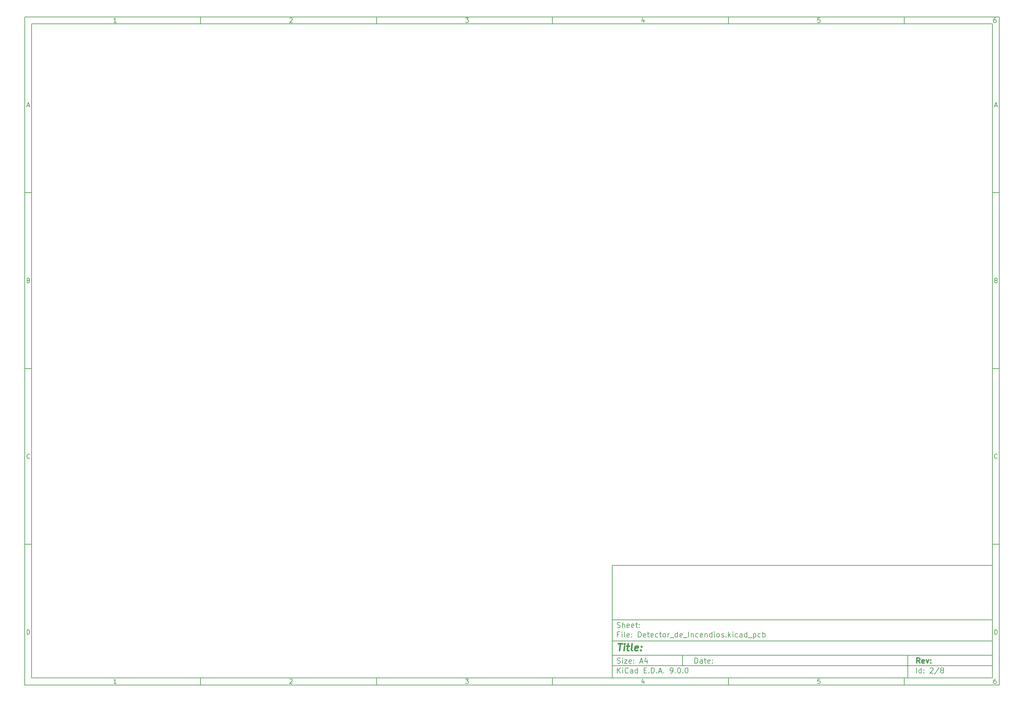
<source format=gbr>
%TF.GenerationSoftware,KiCad,Pcbnew,9.0.0*%
%TF.CreationDate,2025-02-27T14:05:11-05:00*%
%TF.ProjectId,Detector_de_Incendios,44657465-6374-46f7-925f-64655f496e63,rev?*%
%TF.SameCoordinates,Original*%
%TF.FileFunction,Paste,Top*%
%TF.FilePolarity,Positive*%
%FSLAX46Y46*%
G04 Gerber Fmt 4.6, Leading zero omitted, Abs format (unit mm)*
G04 Created by KiCad (PCBNEW 9.0.0) date 2025-02-27 14:05:11*
%MOMM*%
%LPD*%
G01*
G04 APERTURE LIST*
%ADD10C,0.100000*%
%ADD11C,0.150000*%
%ADD12C,0.300000*%
%ADD13C,0.400000*%
G04 APERTURE END LIST*
D10*
D11*
X177002200Y-166007200D02*
X285002200Y-166007200D01*
X285002200Y-198007200D01*
X177002200Y-198007200D01*
X177002200Y-166007200D01*
D10*
D11*
X10000000Y-10000000D02*
X287002200Y-10000000D01*
X287002200Y-200007200D01*
X10000000Y-200007200D01*
X10000000Y-10000000D01*
D10*
D11*
X12000000Y-12000000D02*
X285002200Y-12000000D01*
X285002200Y-198007200D01*
X12000000Y-198007200D01*
X12000000Y-12000000D01*
D10*
D11*
X60000000Y-12000000D02*
X60000000Y-10000000D01*
D10*
D11*
X110000000Y-12000000D02*
X110000000Y-10000000D01*
D10*
D11*
X160000000Y-12000000D02*
X160000000Y-10000000D01*
D10*
D11*
X210000000Y-12000000D02*
X210000000Y-10000000D01*
D10*
D11*
X260000000Y-12000000D02*
X260000000Y-10000000D01*
D10*
D11*
X36089160Y-11593604D02*
X35346303Y-11593604D01*
X35717731Y-11593604D02*
X35717731Y-10293604D01*
X35717731Y-10293604D02*
X35593922Y-10479319D01*
X35593922Y-10479319D02*
X35470112Y-10603128D01*
X35470112Y-10603128D02*
X35346303Y-10665033D01*
D10*
D11*
X85346303Y-10417414D02*
X85408207Y-10355509D01*
X85408207Y-10355509D02*
X85532017Y-10293604D01*
X85532017Y-10293604D02*
X85841541Y-10293604D01*
X85841541Y-10293604D02*
X85965350Y-10355509D01*
X85965350Y-10355509D02*
X86027255Y-10417414D01*
X86027255Y-10417414D02*
X86089160Y-10541223D01*
X86089160Y-10541223D02*
X86089160Y-10665033D01*
X86089160Y-10665033D02*
X86027255Y-10850747D01*
X86027255Y-10850747D02*
X85284398Y-11593604D01*
X85284398Y-11593604D02*
X86089160Y-11593604D01*
D10*
D11*
X135284398Y-10293604D02*
X136089160Y-10293604D01*
X136089160Y-10293604D02*
X135655826Y-10788842D01*
X135655826Y-10788842D02*
X135841541Y-10788842D01*
X135841541Y-10788842D02*
X135965350Y-10850747D01*
X135965350Y-10850747D02*
X136027255Y-10912652D01*
X136027255Y-10912652D02*
X136089160Y-11036461D01*
X136089160Y-11036461D02*
X136089160Y-11345985D01*
X136089160Y-11345985D02*
X136027255Y-11469795D01*
X136027255Y-11469795D02*
X135965350Y-11531700D01*
X135965350Y-11531700D02*
X135841541Y-11593604D01*
X135841541Y-11593604D02*
X135470112Y-11593604D01*
X135470112Y-11593604D02*
X135346303Y-11531700D01*
X135346303Y-11531700D02*
X135284398Y-11469795D01*
D10*
D11*
X185965350Y-10726938D02*
X185965350Y-11593604D01*
X185655826Y-10231700D02*
X185346303Y-11160271D01*
X185346303Y-11160271D02*
X186151064Y-11160271D01*
D10*
D11*
X236027255Y-10293604D02*
X235408207Y-10293604D01*
X235408207Y-10293604D02*
X235346303Y-10912652D01*
X235346303Y-10912652D02*
X235408207Y-10850747D01*
X235408207Y-10850747D02*
X235532017Y-10788842D01*
X235532017Y-10788842D02*
X235841541Y-10788842D01*
X235841541Y-10788842D02*
X235965350Y-10850747D01*
X235965350Y-10850747D02*
X236027255Y-10912652D01*
X236027255Y-10912652D02*
X236089160Y-11036461D01*
X236089160Y-11036461D02*
X236089160Y-11345985D01*
X236089160Y-11345985D02*
X236027255Y-11469795D01*
X236027255Y-11469795D02*
X235965350Y-11531700D01*
X235965350Y-11531700D02*
X235841541Y-11593604D01*
X235841541Y-11593604D02*
X235532017Y-11593604D01*
X235532017Y-11593604D02*
X235408207Y-11531700D01*
X235408207Y-11531700D02*
X235346303Y-11469795D01*
D10*
D11*
X285965350Y-10293604D02*
X285717731Y-10293604D01*
X285717731Y-10293604D02*
X285593922Y-10355509D01*
X285593922Y-10355509D02*
X285532017Y-10417414D01*
X285532017Y-10417414D02*
X285408207Y-10603128D01*
X285408207Y-10603128D02*
X285346303Y-10850747D01*
X285346303Y-10850747D02*
X285346303Y-11345985D01*
X285346303Y-11345985D02*
X285408207Y-11469795D01*
X285408207Y-11469795D02*
X285470112Y-11531700D01*
X285470112Y-11531700D02*
X285593922Y-11593604D01*
X285593922Y-11593604D02*
X285841541Y-11593604D01*
X285841541Y-11593604D02*
X285965350Y-11531700D01*
X285965350Y-11531700D02*
X286027255Y-11469795D01*
X286027255Y-11469795D02*
X286089160Y-11345985D01*
X286089160Y-11345985D02*
X286089160Y-11036461D01*
X286089160Y-11036461D02*
X286027255Y-10912652D01*
X286027255Y-10912652D02*
X285965350Y-10850747D01*
X285965350Y-10850747D02*
X285841541Y-10788842D01*
X285841541Y-10788842D02*
X285593922Y-10788842D01*
X285593922Y-10788842D02*
X285470112Y-10850747D01*
X285470112Y-10850747D02*
X285408207Y-10912652D01*
X285408207Y-10912652D02*
X285346303Y-11036461D01*
D10*
D11*
X60000000Y-198007200D02*
X60000000Y-200007200D01*
D10*
D11*
X110000000Y-198007200D02*
X110000000Y-200007200D01*
D10*
D11*
X160000000Y-198007200D02*
X160000000Y-200007200D01*
D10*
D11*
X210000000Y-198007200D02*
X210000000Y-200007200D01*
D10*
D11*
X260000000Y-198007200D02*
X260000000Y-200007200D01*
D10*
D11*
X36089160Y-199600804D02*
X35346303Y-199600804D01*
X35717731Y-199600804D02*
X35717731Y-198300804D01*
X35717731Y-198300804D02*
X35593922Y-198486519D01*
X35593922Y-198486519D02*
X35470112Y-198610328D01*
X35470112Y-198610328D02*
X35346303Y-198672233D01*
D10*
D11*
X85346303Y-198424614D02*
X85408207Y-198362709D01*
X85408207Y-198362709D02*
X85532017Y-198300804D01*
X85532017Y-198300804D02*
X85841541Y-198300804D01*
X85841541Y-198300804D02*
X85965350Y-198362709D01*
X85965350Y-198362709D02*
X86027255Y-198424614D01*
X86027255Y-198424614D02*
X86089160Y-198548423D01*
X86089160Y-198548423D02*
X86089160Y-198672233D01*
X86089160Y-198672233D02*
X86027255Y-198857947D01*
X86027255Y-198857947D02*
X85284398Y-199600804D01*
X85284398Y-199600804D02*
X86089160Y-199600804D01*
D10*
D11*
X135284398Y-198300804D02*
X136089160Y-198300804D01*
X136089160Y-198300804D02*
X135655826Y-198796042D01*
X135655826Y-198796042D02*
X135841541Y-198796042D01*
X135841541Y-198796042D02*
X135965350Y-198857947D01*
X135965350Y-198857947D02*
X136027255Y-198919852D01*
X136027255Y-198919852D02*
X136089160Y-199043661D01*
X136089160Y-199043661D02*
X136089160Y-199353185D01*
X136089160Y-199353185D02*
X136027255Y-199476995D01*
X136027255Y-199476995D02*
X135965350Y-199538900D01*
X135965350Y-199538900D02*
X135841541Y-199600804D01*
X135841541Y-199600804D02*
X135470112Y-199600804D01*
X135470112Y-199600804D02*
X135346303Y-199538900D01*
X135346303Y-199538900D02*
X135284398Y-199476995D01*
D10*
D11*
X185965350Y-198734138D02*
X185965350Y-199600804D01*
X185655826Y-198238900D02*
X185346303Y-199167471D01*
X185346303Y-199167471D02*
X186151064Y-199167471D01*
D10*
D11*
X236027255Y-198300804D02*
X235408207Y-198300804D01*
X235408207Y-198300804D02*
X235346303Y-198919852D01*
X235346303Y-198919852D02*
X235408207Y-198857947D01*
X235408207Y-198857947D02*
X235532017Y-198796042D01*
X235532017Y-198796042D02*
X235841541Y-198796042D01*
X235841541Y-198796042D02*
X235965350Y-198857947D01*
X235965350Y-198857947D02*
X236027255Y-198919852D01*
X236027255Y-198919852D02*
X236089160Y-199043661D01*
X236089160Y-199043661D02*
X236089160Y-199353185D01*
X236089160Y-199353185D02*
X236027255Y-199476995D01*
X236027255Y-199476995D02*
X235965350Y-199538900D01*
X235965350Y-199538900D02*
X235841541Y-199600804D01*
X235841541Y-199600804D02*
X235532017Y-199600804D01*
X235532017Y-199600804D02*
X235408207Y-199538900D01*
X235408207Y-199538900D02*
X235346303Y-199476995D01*
D10*
D11*
X285965350Y-198300804D02*
X285717731Y-198300804D01*
X285717731Y-198300804D02*
X285593922Y-198362709D01*
X285593922Y-198362709D02*
X285532017Y-198424614D01*
X285532017Y-198424614D02*
X285408207Y-198610328D01*
X285408207Y-198610328D02*
X285346303Y-198857947D01*
X285346303Y-198857947D02*
X285346303Y-199353185D01*
X285346303Y-199353185D02*
X285408207Y-199476995D01*
X285408207Y-199476995D02*
X285470112Y-199538900D01*
X285470112Y-199538900D02*
X285593922Y-199600804D01*
X285593922Y-199600804D02*
X285841541Y-199600804D01*
X285841541Y-199600804D02*
X285965350Y-199538900D01*
X285965350Y-199538900D02*
X286027255Y-199476995D01*
X286027255Y-199476995D02*
X286089160Y-199353185D01*
X286089160Y-199353185D02*
X286089160Y-199043661D01*
X286089160Y-199043661D02*
X286027255Y-198919852D01*
X286027255Y-198919852D02*
X285965350Y-198857947D01*
X285965350Y-198857947D02*
X285841541Y-198796042D01*
X285841541Y-198796042D02*
X285593922Y-198796042D01*
X285593922Y-198796042D02*
X285470112Y-198857947D01*
X285470112Y-198857947D02*
X285408207Y-198919852D01*
X285408207Y-198919852D02*
X285346303Y-199043661D01*
D10*
D11*
X10000000Y-60000000D02*
X12000000Y-60000000D01*
D10*
D11*
X10000000Y-110000000D02*
X12000000Y-110000000D01*
D10*
D11*
X10000000Y-160000000D02*
X12000000Y-160000000D01*
D10*
D11*
X10690476Y-35222176D02*
X11309523Y-35222176D01*
X10566666Y-35593604D02*
X10999999Y-34293604D01*
X10999999Y-34293604D02*
X11433333Y-35593604D01*
D10*
D11*
X11092857Y-84912652D02*
X11278571Y-84974557D01*
X11278571Y-84974557D02*
X11340476Y-85036461D01*
X11340476Y-85036461D02*
X11402380Y-85160271D01*
X11402380Y-85160271D02*
X11402380Y-85345985D01*
X11402380Y-85345985D02*
X11340476Y-85469795D01*
X11340476Y-85469795D02*
X11278571Y-85531700D01*
X11278571Y-85531700D02*
X11154761Y-85593604D01*
X11154761Y-85593604D02*
X10659523Y-85593604D01*
X10659523Y-85593604D02*
X10659523Y-84293604D01*
X10659523Y-84293604D02*
X11092857Y-84293604D01*
X11092857Y-84293604D02*
X11216666Y-84355509D01*
X11216666Y-84355509D02*
X11278571Y-84417414D01*
X11278571Y-84417414D02*
X11340476Y-84541223D01*
X11340476Y-84541223D02*
X11340476Y-84665033D01*
X11340476Y-84665033D02*
X11278571Y-84788842D01*
X11278571Y-84788842D02*
X11216666Y-84850747D01*
X11216666Y-84850747D02*
X11092857Y-84912652D01*
X11092857Y-84912652D02*
X10659523Y-84912652D01*
D10*
D11*
X11402380Y-135469795D02*
X11340476Y-135531700D01*
X11340476Y-135531700D02*
X11154761Y-135593604D01*
X11154761Y-135593604D02*
X11030952Y-135593604D01*
X11030952Y-135593604D02*
X10845238Y-135531700D01*
X10845238Y-135531700D02*
X10721428Y-135407890D01*
X10721428Y-135407890D02*
X10659523Y-135284080D01*
X10659523Y-135284080D02*
X10597619Y-135036461D01*
X10597619Y-135036461D02*
X10597619Y-134850747D01*
X10597619Y-134850747D02*
X10659523Y-134603128D01*
X10659523Y-134603128D02*
X10721428Y-134479319D01*
X10721428Y-134479319D02*
X10845238Y-134355509D01*
X10845238Y-134355509D02*
X11030952Y-134293604D01*
X11030952Y-134293604D02*
X11154761Y-134293604D01*
X11154761Y-134293604D02*
X11340476Y-134355509D01*
X11340476Y-134355509D02*
X11402380Y-134417414D01*
D10*
D11*
X10659523Y-185593604D02*
X10659523Y-184293604D01*
X10659523Y-184293604D02*
X10969047Y-184293604D01*
X10969047Y-184293604D02*
X11154761Y-184355509D01*
X11154761Y-184355509D02*
X11278571Y-184479319D01*
X11278571Y-184479319D02*
X11340476Y-184603128D01*
X11340476Y-184603128D02*
X11402380Y-184850747D01*
X11402380Y-184850747D02*
X11402380Y-185036461D01*
X11402380Y-185036461D02*
X11340476Y-185284080D01*
X11340476Y-185284080D02*
X11278571Y-185407890D01*
X11278571Y-185407890D02*
X11154761Y-185531700D01*
X11154761Y-185531700D02*
X10969047Y-185593604D01*
X10969047Y-185593604D02*
X10659523Y-185593604D01*
D10*
D11*
X287002200Y-60000000D02*
X285002200Y-60000000D01*
D10*
D11*
X287002200Y-110000000D02*
X285002200Y-110000000D01*
D10*
D11*
X287002200Y-160000000D02*
X285002200Y-160000000D01*
D10*
D11*
X285692676Y-35222176D02*
X286311723Y-35222176D01*
X285568866Y-35593604D02*
X286002199Y-34293604D01*
X286002199Y-34293604D02*
X286435533Y-35593604D01*
D10*
D11*
X286095057Y-84912652D02*
X286280771Y-84974557D01*
X286280771Y-84974557D02*
X286342676Y-85036461D01*
X286342676Y-85036461D02*
X286404580Y-85160271D01*
X286404580Y-85160271D02*
X286404580Y-85345985D01*
X286404580Y-85345985D02*
X286342676Y-85469795D01*
X286342676Y-85469795D02*
X286280771Y-85531700D01*
X286280771Y-85531700D02*
X286156961Y-85593604D01*
X286156961Y-85593604D02*
X285661723Y-85593604D01*
X285661723Y-85593604D02*
X285661723Y-84293604D01*
X285661723Y-84293604D02*
X286095057Y-84293604D01*
X286095057Y-84293604D02*
X286218866Y-84355509D01*
X286218866Y-84355509D02*
X286280771Y-84417414D01*
X286280771Y-84417414D02*
X286342676Y-84541223D01*
X286342676Y-84541223D02*
X286342676Y-84665033D01*
X286342676Y-84665033D02*
X286280771Y-84788842D01*
X286280771Y-84788842D02*
X286218866Y-84850747D01*
X286218866Y-84850747D02*
X286095057Y-84912652D01*
X286095057Y-84912652D02*
X285661723Y-84912652D01*
D10*
D11*
X286404580Y-135469795D02*
X286342676Y-135531700D01*
X286342676Y-135531700D02*
X286156961Y-135593604D01*
X286156961Y-135593604D02*
X286033152Y-135593604D01*
X286033152Y-135593604D02*
X285847438Y-135531700D01*
X285847438Y-135531700D02*
X285723628Y-135407890D01*
X285723628Y-135407890D02*
X285661723Y-135284080D01*
X285661723Y-135284080D02*
X285599819Y-135036461D01*
X285599819Y-135036461D02*
X285599819Y-134850747D01*
X285599819Y-134850747D02*
X285661723Y-134603128D01*
X285661723Y-134603128D02*
X285723628Y-134479319D01*
X285723628Y-134479319D02*
X285847438Y-134355509D01*
X285847438Y-134355509D02*
X286033152Y-134293604D01*
X286033152Y-134293604D02*
X286156961Y-134293604D01*
X286156961Y-134293604D02*
X286342676Y-134355509D01*
X286342676Y-134355509D02*
X286404580Y-134417414D01*
D10*
D11*
X285661723Y-185593604D02*
X285661723Y-184293604D01*
X285661723Y-184293604D02*
X285971247Y-184293604D01*
X285971247Y-184293604D02*
X286156961Y-184355509D01*
X286156961Y-184355509D02*
X286280771Y-184479319D01*
X286280771Y-184479319D02*
X286342676Y-184603128D01*
X286342676Y-184603128D02*
X286404580Y-184850747D01*
X286404580Y-184850747D02*
X286404580Y-185036461D01*
X286404580Y-185036461D02*
X286342676Y-185284080D01*
X286342676Y-185284080D02*
X286280771Y-185407890D01*
X286280771Y-185407890D02*
X286156961Y-185531700D01*
X286156961Y-185531700D02*
X285971247Y-185593604D01*
X285971247Y-185593604D02*
X285661723Y-185593604D01*
D10*
D11*
X200458026Y-193793328D02*
X200458026Y-192293328D01*
X200458026Y-192293328D02*
X200815169Y-192293328D01*
X200815169Y-192293328D02*
X201029455Y-192364757D01*
X201029455Y-192364757D02*
X201172312Y-192507614D01*
X201172312Y-192507614D02*
X201243741Y-192650471D01*
X201243741Y-192650471D02*
X201315169Y-192936185D01*
X201315169Y-192936185D02*
X201315169Y-193150471D01*
X201315169Y-193150471D02*
X201243741Y-193436185D01*
X201243741Y-193436185D02*
X201172312Y-193579042D01*
X201172312Y-193579042D02*
X201029455Y-193721900D01*
X201029455Y-193721900D02*
X200815169Y-193793328D01*
X200815169Y-193793328D02*
X200458026Y-193793328D01*
X202600884Y-193793328D02*
X202600884Y-193007614D01*
X202600884Y-193007614D02*
X202529455Y-192864757D01*
X202529455Y-192864757D02*
X202386598Y-192793328D01*
X202386598Y-192793328D02*
X202100884Y-192793328D01*
X202100884Y-192793328D02*
X201958026Y-192864757D01*
X202600884Y-193721900D02*
X202458026Y-193793328D01*
X202458026Y-193793328D02*
X202100884Y-193793328D01*
X202100884Y-193793328D02*
X201958026Y-193721900D01*
X201958026Y-193721900D02*
X201886598Y-193579042D01*
X201886598Y-193579042D02*
X201886598Y-193436185D01*
X201886598Y-193436185D02*
X201958026Y-193293328D01*
X201958026Y-193293328D02*
X202100884Y-193221900D01*
X202100884Y-193221900D02*
X202458026Y-193221900D01*
X202458026Y-193221900D02*
X202600884Y-193150471D01*
X203100884Y-192793328D02*
X203672312Y-192793328D01*
X203315169Y-192293328D02*
X203315169Y-193579042D01*
X203315169Y-193579042D02*
X203386598Y-193721900D01*
X203386598Y-193721900D02*
X203529455Y-193793328D01*
X203529455Y-193793328D02*
X203672312Y-193793328D01*
X204743741Y-193721900D02*
X204600884Y-193793328D01*
X204600884Y-193793328D02*
X204315170Y-193793328D01*
X204315170Y-193793328D02*
X204172312Y-193721900D01*
X204172312Y-193721900D02*
X204100884Y-193579042D01*
X204100884Y-193579042D02*
X204100884Y-193007614D01*
X204100884Y-193007614D02*
X204172312Y-192864757D01*
X204172312Y-192864757D02*
X204315170Y-192793328D01*
X204315170Y-192793328D02*
X204600884Y-192793328D01*
X204600884Y-192793328D02*
X204743741Y-192864757D01*
X204743741Y-192864757D02*
X204815170Y-193007614D01*
X204815170Y-193007614D02*
X204815170Y-193150471D01*
X204815170Y-193150471D02*
X204100884Y-193293328D01*
X205458026Y-193650471D02*
X205529455Y-193721900D01*
X205529455Y-193721900D02*
X205458026Y-193793328D01*
X205458026Y-193793328D02*
X205386598Y-193721900D01*
X205386598Y-193721900D02*
X205458026Y-193650471D01*
X205458026Y-193650471D02*
X205458026Y-193793328D01*
X205458026Y-192864757D02*
X205529455Y-192936185D01*
X205529455Y-192936185D02*
X205458026Y-193007614D01*
X205458026Y-193007614D02*
X205386598Y-192936185D01*
X205386598Y-192936185D02*
X205458026Y-192864757D01*
X205458026Y-192864757D02*
X205458026Y-193007614D01*
D10*
D11*
X177002200Y-194507200D02*
X285002200Y-194507200D01*
D10*
D11*
X178458026Y-196593328D02*
X178458026Y-195093328D01*
X179315169Y-196593328D02*
X178672312Y-195736185D01*
X179315169Y-195093328D02*
X178458026Y-195950471D01*
X179958026Y-196593328D02*
X179958026Y-195593328D01*
X179958026Y-195093328D02*
X179886598Y-195164757D01*
X179886598Y-195164757D02*
X179958026Y-195236185D01*
X179958026Y-195236185D02*
X180029455Y-195164757D01*
X180029455Y-195164757D02*
X179958026Y-195093328D01*
X179958026Y-195093328D02*
X179958026Y-195236185D01*
X181529455Y-196450471D02*
X181458027Y-196521900D01*
X181458027Y-196521900D02*
X181243741Y-196593328D01*
X181243741Y-196593328D02*
X181100884Y-196593328D01*
X181100884Y-196593328D02*
X180886598Y-196521900D01*
X180886598Y-196521900D02*
X180743741Y-196379042D01*
X180743741Y-196379042D02*
X180672312Y-196236185D01*
X180672312Y-196236185D02*
X180600884Y-195950471D01*
X180600884Y-195950471D02*
X180600884Y-195736185D01*
X180600884Y-195736185D02*
X180672312Y-195450471D01*
X180672312Y-195450471D02*
X180743741Y-195307614D01*
X180743741Y-195307614D02*
X180886598Y-195164757D01*
X180886598Y-195164757D02*
X181100884Y-195093328D01*
X181100884Y-195093328D02*
X181243741Y-195093328D01*
X181243741Y-195093328D02*
X181458027Y-195164757D01*
X181458027Y-195164757D02*
X181529455Y-195236185D01*
X182815170Y-196593328D02*
X182815170Y-195807614D01*
X182815170Y-195807614D02*
X182743741Y-195664757D01*
X182743741Y-195664757D02*
X182600884Y-195593328D01*
X182600884Y-195593328D02*
X182315170Y-195593328D01*
X182315170Y-195593328D02*
X182172312Y-195664757D01*
X182815170Y-196521900D02*
X182672312Y-196593328D01*
X182672312Y-196593328D02*
X182315170Y-196593328D01*
X182315170Y-196593328D02*
X182172312Y-196521900D01*
X182172312Y-196521900D02*
X182100884Y-196379042D01*
X182100884Y-196379042D02*
X182100884Y-196236185D01*
X182100884Y-196236185D02*
X182172312Y-196093328D01*
X182172312Y-196093328D02*
X182315170Y-196021900D01*
X182315170Y-196021900D02*
X182672312Y-196021900D01*
X182672312Y-196021900D02*
X182815170Y-195950471D01*
X184172313Y-196593328D02*
X184172313Y-195093328D01*
X184172313Y-196521900D02*
X184029455Y-196593328D01*
X184029455Y-196593328D02*
X183743741Y-196593328D01*
X183743741Y-196593328D02*
X183600884Y-196521900D01*
X183600884Y-196521900D02*
X183529455Y-196450471D01*
X183529455Y-196450471D02*
X183458027Y-196307614D01*
X183458027Y-196307614D02*
X183458027Y-195879042D01*
X183458027Y-195879042D02*
X183529455Y-195736185D01*
X183529455Y-195736185D02*
X183600884Y-195664757D01*
X183600884Y-195664757D02*
X183743741Y-195593328D01*
X183743741Y-195593328D02*
X184029455Y-195593328D01*
X184029455Y-195593328D02*
X184172313Y-195664757D01*
X186029455Y-195807614D02*
X186529455Y-195807614D01*
X186743741Y-196593328D02*
X186029455Y-196593328D01*
X186029455Y-196593328D02*
X186029455Y-195093328D01*
X186029455Y-195093328D02*
X186743741Y-195093328D01*
X187386598Y-196450471D02*
X187458027Y-196521900D01*
X187458027Y-196521900D02*
X187386598Y-196593328D01*
X187386598Y-196593328D02*
X187315170Y-196521900D01*
X187315170Y-196521900D02*
X187386598Y-196450471D01*
X187386598Y-196450471D02*
X187386598Y-196593328D01*
X188100884Y-196593328D02*
X188100884Y-195093328D01*
X188100884Y-195093328D02*
X188458027Y-195093328D01*
X188458027Y-195093328D02*
X188672313Y-195164757D01*
X188672313Y-195164757D02*
X188815170Y-195307614D01*
X188815170Y-195307614D02*
X188886599Y-195450471D01*
X188886599Y-195450471D02*
X188958027Y-195736185D01*
X188958027Y-195736185D02*
X188958027Y-195950471D01*
X188958027Y-195950471D02*
X188886599Y-196236185D01*
X188886599Y-196236185D02*
X188815170Y-196379042D01*
X188815170Y-196379042D02*
X188672313Y-196521900D01*
X188672313Y-196521900D02*
X188458027Y-196593328D01*
X188458027Y-196593328D02*
X188100884Y-196593328D01*
X189600884Y-196450471D02*
X189672313Y-196521900D01*
X189672313Y-196521900D02*
X189600884Y-196593328D01*
X189600884Y-196593328D02*
X189529456Y-196521900D01*
X189529456Y-196521900D02*
X189600884Y-196450471D01*
X189600884Y-196450471D02*
X189600884Y-196593328D01*
X190243742Y-196164757D02*
X190958028Y-196164757D01*
X190100885Y-196593328D02*
X190600885Y-195093328D01*
X190600885Y-195093328D02*
X191100885Y-196593328D01*
X191600884Y-196450471D02*
X191672313Y-196521900D01*
X191672313Y-196521900D02*
X191600884Y-196593328D01*
X191600884Y-196593328D02*
X191529456Y-196521900D01*
X191529456Y-196521900D02*
X191600884Y-196450471D01*
X191600884Y-196450471D02*
X191600884Y-196593328D01*
X193529456Y-196593328D02*
X193815170Y-196593328D01*
X193815170Y-196593328D02*
X193958027Y-196521900D01*
X193958027Y-196521900D02*
X194029456Y-196450471D01*
X194029456Y-196450471D02*
X194172313Y-196236185D01*
X194172313Y-196236185D02*
X194243742Y-195950471D01*
X194243742Y-195950471D02*
X194243742Y-195379042D01*
X194243742Y-195379042D02*
X194172313Y-195236185D01*
X194172313Y-195236185D02*
X194100885Y-195164757D01*
X194100885Y-195164757D02*
X193958027Y-195093328D01*
X193958027Y-195093328D02*
X193672313Y-195093328D01*
X193672313Y-195093328D02*
X193529456Y-195164757D01*
X193529456Y-195164757D02*
X193458027Y-195236185D01*
X193458027Y-195236185D02*
X193386599Y-195379042D01*
X193386599Y-195379042D02*
X193386599Y-195736185D01*
X193386599Y-195736185D02*
X193458027Y-195879042D01*
X193458027Y-195879042D02*
X193529456Y-195950471D01*
X193529456Y-195950471D02*
X193672313Y-196021900D01*
X193672313Y-196021900D02*
X193958027Y-196021900D01*
X193958027Y-196021900D02*
X194100885Y-195950471D01*
X194100885Y-195950471D02*
X194172313Y-195879042D01*
X194172313Y-195879042D02*
X194243742Y-195736185D01*
X194886598Y-196450471D02*
X194958027Y-196521900D01*
X194958027Y-196521900D02*
X194886598Y-196593328D01*
X194886598Y-196593328D02*
X194815170Y-196521900D01*
X194815170Y-196521900D02*
X194886598Y-196450471D01*
X194886598Y-196450471D02*
X194886598Y-196593328D01*
X195886599Y-195093328D02*
X196029456Y-195093328D01*
X196029456Y-195093328D02*
X196172313Y-195164757D01*
X196172313Y-195164757D02*
X196243742Y-195236185D01*
X196243742Y-195236185D02*
X196315170Y-195379042D01*
X196315170Y-195379042D02*
X196386599Y-195664757D01*
X196386599Y-195664757D02*
X196386599Y-196021900D01*
X196386599Y-196021900D02*
X196315170Y-196307614D01*
X196315170Y-196307614D02*
X196243742Y-196450471D01*
X196243742Y-196450471D02*
X196172313Y-196521900D01*
X196172313Y-196521900D02*
X196029456Y-196593328D01*
X196029456Y-196593328D02*
X195886599Y-196593328D01*
X195886599Y-196593328D02*
X195743742Y-196521900D01*
X195743742Y-196521900D02*
X195672313Y-196450471D01*
X195672313Y-196450471D02*
X195600884Y-196307614D01*
X195600884Y-196307614D02*
X195529456Y-196021900D01*
X195529456Y-196021900D02*
X195529456Y-195664757D01*
X195529456Y-195664757D02*
X195600884Y-195379042D01*
X195600884Y-195379042D02*
X195672313Y-195236185D01*
X195672313Y-195236185D02*
X195743742Y-195164757D01*
X195743742Y-195164757D02*
X195886599Y-195093328D01*
X197029455Y-196450471D02*
X197100884Y-196521900D01*
X197100884Y-196521900D02*
X197029455Y-196593328D01*
X197029455Y-196593328D02*
X196958027Y-196521900D01*
X196958027Y-196521900D02*
X197029455Y-196450471D01*
X197029455Y-196450471D02*
X197029455Y-196593328D01*
X198029456Y-195093328D02*
X198172313Y-195093328D01*
X198172313Y-195093328D02*
X198315170Y-195164757D01*
X198315170Y-195164757D02*
X198386599Y-195236185D01*
X198386599Y-195236185D02*
X198458027Y-195379042D01*
X198458027Y-195379042D02*
X198529456Y-195664757D01*
X198529456Y-195664757D02*
X198529456Y-196021900D01*
X198529456Y-196021900D02*
X198458027Y-196307614D01*
X198458027Y-196307614D02*
X198386599Y-196450471D01*
X198386599Y-196450471D02*
X198315170Y-196521900D01*
X198315170Y-196521900D02*
X198172313Y-196593328D01*
X198172313Y-196593328D02*
X198029456Y-196593328D01*
X198029456Y-196593328D02*
X197886599Y-196521900D01*
X197886599Y-196521900D02*
X197815170Y-196450471D01*
X197815170Y-196450471D02*
X197743741Y-196307614D01*
X197743741Y-196307614D02*
X197672313Y-196021900D01*
X197672313Y-196021900D02*
X197672313Y-195664757D01*
X197672313Y-195664757D02*
X197743741Y-195379042D01*
X197743741Y-195379042D02*
X197815170Y-195236185D01*
X197815170Y-195236185D02*
X197886599Y-195164757D01*
X197886599Y-195164757D02*
X198029456Y-195093328D01*
D10*
D11*
X177002200Y-191507200D02*
X285002200Y-191507200D01*
D10*
D12*
X264413853Y-193785528D02*
X263913853Y-193071242D01*
X263556710Y-193785528D02*
X263556710Y-192285528D01*
X263556710Y-192285528D02*
X264128139Y-192285528D01*
X264128139Y-192285528D02*
X264270996Y-192356957D01*
X264270996Y-192356957D02*
X264342425Y-192428385D01*
X264342425Y-192428385D02*
X264413853Y-192571242D01*
X264413853Y-192571242D02*
X264413853Y-192785528D01*
X264413853Y-192785528D02*
X264342425Y-192928385D01*
X264342425Y-192928385D02*
X264270996Y-192999814D01*
X264270996Y-192999814D02*
X264128139Y-193071242D01*
X264128139Y-193071242D02*
X263556710Y-193071242D01*
X265628139Y-193714100D02*
X265485282Y-193785528D01*
X265485282Y-193785528D02*
X265199568Y-193785528D01*
X265199568Y-193785528D02*
X265056710Y-193714100D01*
X265056710Y-193714100D02*
X264985282Y-193571242D01*
X264985282Y-193571242D02*
X264985282Y-192999814D01*
X264985282Y-192999814D02*
X265056710Y-192856957D01*
X265056710Y-192856957D02*
X265199568Y-192785528D01*
X265199568Y-192785528D02*
X265485282Y-192785528D01*
X265485282Y-192785528D02*
X265628139Y-192856957D01*
X265628139Y-192856957D02*
X265699568Y-192999814D01*
X265699568Y-192999814D02*
X265699568Y-193142671D01*
X265699568Y-193142671D02*
X264985282Y-193285528D01*
X266199567Y-192785528D02*
X266556710Y-193785528D01*
X266556710Y-193785528D02*
X266913853Y-192785528D01*
X267485281Y-193642671D02*
X267556710Y-193714100D01*
X267556710Y-193714100D02*
X267485281Y-193785528D01*
X267485281Y-193785528D02*
X267413853Y-193714100D01*
X267413853Y-193714100D02*
X267485281Y-193642671D01*
X267485281Y-193642671D02*
X267485281Y-193785528D01*
X267485281Y-192856957D02*
X267556710Y-192928385D01*
X267556710Y-192928385D02*
X267485281Y-192999814D01*
X267485281Y-192999814D02*
X267413853Y-192928385D01*
X267413853Y-192928385D02*
X267485281Y-192856957D01*
X267485281Y-192856957D02*
X267485281Y-192999814D01*
D10*
D11*
X178386598Y-193721900D02*
X178600884Y-193793328D01*
X178600884Y-193793328D02*
X178958026Y-193793328D01*
X178958026Y-193793328D02*
X179100884Y-193721900D01*
X179100884Y-193721900D02*
X179172312Y-193650471D01*
X179172312Y-193650471D02*
X179243741Y-193507614D01*
X179243741Y-193507614D02*
X179243741Y-193364757D01*
X179243741Y-193364757D02*
X179172312Y-193221900D01*
X179172312Y-193221900D02*
X179100884Y-193150471D01*
X179100884Y-193150471D02*
X178958026Y-193079042D01*
X178958026Y-193079042D02*
X178672312Y-193007614D01*
X178672312Y-193007614D02*
X178529455Y-192936185D01*
X178529455Y-192936185D02*
X178458026Y-192864757D01*
X178458026Y-192864757D02*
X178386598Y-192721900D01*
X178386598Y-192721900D02*
X178386598Y-192579042D01*
X178386598Y-192579042D02*
X178458026Y-192436185D01*
X178458026Y-192436185D02*
X178529455Y-192364757D01*
X178529455Y-192364757D02*
X178672312Y-192293328D01*
X178672312Y-192293328D02*
X179029455Y-192293328D01*
X179029455Y-192293328D02*
X179243741Y-192364757D01*
X179886597Y-193793328D02*
X179886597Y-192793328D01*
X179886597Y-192293328D02*
X179815169Y-192364757D01*
X179815169Y-192364757D02*
X179886597Y-192436185D01*
X179886597Y-192436185D02*
X179958026Y-192364757D01*
X179958026Y-192364757D02*
X179886597Y-192293328D01*
X179886597Y-192293328D02*
X179886597Y-192436185D01*
X180458026Y-192793328D02*
X181243741Y-192793328D01*
X181243741Y-192793328D02*
X180458026Y-193793328D01*
X180458026Y-193793328D02*
X181243741Y-193793328D01*
X182386598Y-193721900D02*
X182243741Y-193793328D01*
X182243741Y-193793328D02*
X181958027Y-193793328D01*
X181958027Y-193793328D02*
X181815169Y-193721900D01*
X181815169Y-193721900D02*
X181743741Y-193579042D01*
X181743741Y-193579042D02*
X181743741Y-193007614D01*
X181743741Y-193007614D02*
X181815169Y-192864757D01*
X181815169Y-192864757D02*
X181958027Y-192793328D01*
X181958027Y-192793328D02*
X182243741Y-192793328D01*
X182243741Y-192793328D02*
X182386598Y-192864757D01*
X182386598Y-192864757D02*
X182458027Y-193007614D01*
X182458027Y-193007614D02*
X182458027Y-193150471D01*
X182458027Y-193150471D02*
X181743741Y-193293328D01*
X183100883Y-193650471D02*
X183172312Y-193721900D01*
X183172312Y-193721900D02*
X183100883Y-193793328D01*
X183100883Y-193793328D02*
X183029455Y-193721900D01*
X183029455Y-193721900D02*
X183100883Y-193650471D01*
X183100883Y-193650471D02*
X183100883Y-193793328D01*
X183100883Y-192864757D02*
X183172312Y-192936185D01*
X183172312Y-192936185D02*
X183100883Y-193007614D01*
X183100883Y-193007614D02*
X183029455Y-192936185D01*
X183029455Y-192936185D02*
X183100883Y-192864757D01*
X183100883Y-192864757D02*
X183100883Y-193007614D01*
X184886598Y-193364757D02*
X185600884Y-193364757D01*
X184743741Y-193793328D02*
X185243741Y-192293328D01*
X185243741Y-192293328D02*
X185743741Y-193793328D01*
X186886598Y-192793328D02*
X186886598Y-193793328D01*
X186529455Y-192221900D02*
X186172312Y-193293328D01*
X186172312Y-193293328D02*
X187100883Y-193293328D01*
D10*
D11*
X263458026Y-196593328D02*
X263458026Y-195093328D01*
X264815170Y-196593328D02*
X264815170Y-195093328D01*
X264815170Y-196521900D02*
X264672312Y-196593328D01*
X264672312Y-196593328D02*
X264386598Y-196593328D01*
X264386598Y-196593328D02*
X264243741Y-196521900D01*
X264243741Y-196521900D02*
X264172312Y-196450471D01*
X264172312Y-196450471D02*
X264100884Y-196307614D01*
X264100884Y-196307614D02*
X264100884Y-195879042D01*
X264100884Y-195879042D02*
X264172312Y-195736185D01*
X264172312Y-195736185D02*
X264243741Y-195664757D01*
X264243741Y-195664757D02*
X264386598Y-195593328D01*
X264386598Y-195593328D02*
X264672312Y-195593328D01*
X264672312Y-195593328D02*
X264815170Y-195664757D01*
X265529455Y-196450471D02*
X265600884Y-196521900D01*
X265600884Y-196521900D02*
X265529455Y-196593328D01*
X265529455Y-196593328D02*
X265458027Y-196521900D01*
X265458027Y-196521900D02*
X265529455Y-196450471D01*
X265529455Y-196450471D02*
X265529455Y-196593328D01*
X265529455Y-195664757D02*
X265600884Y-195736185D01*
X265600884Y-195736185D02*
X265529455Y-195807614D01*
X265529455Y-195807614D02*
X265458027Y-195736185D01*
X265458027Y-195736185D02*
X265529455Y-195664757D01*
X265529455Y-195664757D02*
X265529455Y-195807614D01*
X267315170Y-195236185D02*
X267386598Y-195164757D01*
X267386598Y-195164757D02*
X267529456Y-195093328D01*
X267529456Y-195093328D02*
X267886598Y-195093328D01*
X267886598Y-195093328D02*
X268029456Y-195164757D01*
X268029456Y-195164757D02*
X268100884Y-195236185D01*
X268100884Y-195236185D02*
X268172313Y-195379042D01*
X268172313Y-195379042D02*
X268172313Y-195521900D01*
X268172313Y-195521900D02*
X268100884Y-195736185D01*
X268100884Y-195736185D02*
X267243741Y-196593328D01*
X267243741Y-196593328D02*
X268172313Y-196593328D01*
X269886598Y-195021900D02*
X268600884Y-196950471D01*
X270600884Y-195736185D02*
X270458027Y-195664757D01*
X270458027Y-195664757D02*
X270386598Y-195593328D01*
X270386598Y-195593328D02*
X270315170Y-195450471D01*
X270315170Y-195450471D02*
X270315170Y-195379042D01*
X270315170Y-195379042D02*
X270386598Y-195236185D01*
X270386598Y-195236185D02*
X270458027Y-195164757D01*
X270458027Y-195164757D02*
X270600884Y-195093328D01*
X270600884Y-195093328D02*
X270886598Y-195093328D01*
X270886598Y-195093328D02*
X271029456Y-195164757D01*
X271029456Y-195164757D02*
X271100884Y-195236185D01*
X271100884Y-195236185D02*
X271172313Y-195379042D01*
X271172313Y-195379042D02*
X271172313Y-195450471D01*
X271172313Y-195450471D02*
X271100884Y-195593328D01*
X271100884Y-195593328D02*
X271029456Y-195664757D01*
X271029456Y-195664757D02*
X270886598Y-195736185D01*
X270886598Y-195736185D02*
X270600884Y-195736185D01*
X270600884Y-195736185D02*
X270458027Y-195807614D01*
X270458027Y-195807614D02*
X270386598Y-195879042D01*
X270386598Y-195879042D02*
X270315170Y-196021900D01*
X270315170Y-196021900D02*
X270315170Y-196307614D01*
X270315170Y-196307614D02*
X270386598Y-196450471D01*
X270386598Y-196450471D02*
X270458027Y-196521900D01*
X270458027Y-196521900D02*
X270600884Y-196593328D01*
X270600884Y-196593328D02*
X270886598Y-196593328D01*
X270886598Y-196593328D02*
X271029456Y-196521900D01*
X271029456Y-196521900D02*
X271100884Y-196450471D01*
X271100884Y-196450471D02*
X271172313Y-196307614D01*
X271172313Y-196307614D02*
X271172313Y-196021900D01*
X271172313Y-196021900D02*
X271100884Y-195879042D01*
X271100884Y-195879042D02*
X271029456Y-195807614D01*
X271029456Y-195807614D02*
X270886598Y-195736185D01*
D10*
D11*
X177002200Y-187507200D02*
X285002200Y-187507200D01*
D10*
D13*
X178693928Y-188211638D02*
X179836785Y-188211638D01*
X179015357Y-190211638D02*
X179265357Y-188211638D01*
X180253452Y-190211638D02*
X180420119Y-188878304D01*
X180503452Y-188211638D02*
X180396309Y-188306876D01*
X180396309Y-188306876D02*
X180479643Y-188402114D01*
X180479643Y-188402114D02*
X180586786Y-188306876D01*
X180586786Y-188306876D02*
X180503452Y-188211638D01*
X180503452Y-188211638D02*
X180479643Y-188402114D01*
X181086786Y-188878304D02*
X181848690Y-188878304D01*
X181455833Y-188211638D02*
X181241548Y-189925923D01*
X181241548Y-189925923D02*
X181312976Y-190116400D01*
X181312976Y-190116400D02*
X181491548Y-190211638D01*
X181491548Y-190211638D02*
X181682024Y-190211638D01*
X182634405Y-190211638D02*
X182455833Y-190116400D01*
X182455833Y-190116400D02*
X182384405Y-189925923D01*
X182384405Y-189925923D02*
X182598690Y-188211638D01*
X184170119Y-190116400D02*
X183967738Y-190211638D01*
X183967738Y-190211638D02*
X183586785Y-190211638D01*
X183586785Y-190211638D02*
X183408214Y-190116400D01*
X183408214Y-190116400D02*
X183336785Y-189925923D01*
X183336785Y-189925923D02*
X183432024Y-189164019D01*
X183432024Y-189164019D02*
X183551071Y-188973542D01*
X183551071Y-188973542D02*
X183753452Y-188878304D01*
X183753452Y-188878304D02*
X184134404Y-188878304D01*
X184134404Y-188878304D02*
X184312976Y-188973542D01*
X184312976Y-188973542D02*
X184384404Y-189164019D01*
X184384404Y-189164019D02*
X184360595Y-189354495D01*
X184360595Y-189354495D02*
X183384404Y-189544971D01*
X185134405Y-190021161D02*
X185217738Y-190116400D01*
X185217738Y-190116400D02*
X185110595Y-190211638D01*
X185110595Y-190211638D02*
X185027262Y-190116400D01*
X185027262Y-190116400D02*
X185134405Y-190021161D01*
X185134405Y-190021161D02*
X185110595Y-190211638D01*
X185265357Y-188973542D02*
X185348690Y-189068780D01*
X185348690Y-189068780D02*
X185241548Y-189164019D01*
X185241548Y-189164019D02*
X185158214Y-189068780D01*
X185158214Y-189068780D02*
X185265357Y-188973542D01*
X185265357Y-188973542D02*
X185241548Y-189164019D01*
D10*
D11*
X178958026Y-185607614D02*
X178458026Y-185607614D01*
X178458026Y-186393328D02*
X178458026Y-184893328D01*
X178458026Y-184893328D02*
X179172312Y-184893328D01*
X179743740Y-186393328D02*
X179743740Y-185393328D01*
X179743740Y-184893328D02*
X179672312Y-184964757D01*
X179672312Y-184964757D02*
X179743740Y-185036185D01*
X179743740Y-185036185D02*
X179815169Y-184964757D01*
X179815169Y-184964757D02*
X179743740Y-184893328D01*
X179743740Y-184893328D02*
X179743740Y-185036185D01*
X180672312Y-186393328D02*
X180529455Y-186321900D01*
X180529455Y-186321900D02*
X180458026Y-186179042D01*
X180458026Y-186179042D02*
X180458026Y-184893328D01*
X181815169Y-186321900D02*
X181672312Y-186393328D01*
X181672312Y-186393328D02*
X181386598Y-186393328D01*
X181386598Y-186393328D02*
X181243740Y-186321900D01*
X181243740Y-186321900D02*
X181172312Y-186179042D01*
X181172312Y-186179042D02*
X181172312Y-185607614D01*
X181172312Y-185607614D02*
X181243740Y-185464757D01*
X181243740Y-185464757D02*
X181386598Y-185393328D01*
X181386598Y-185393328D02*
X181672312Y-185393328D01*
X181672312Y-185393328D02*
X181815169Y-185464757D01*
X181815169Y-185464757D02*
X181886598Y-185607614D01*
X181886598Y-185607614D02*
X181886598Y-185750471D01*
X181886598Y-185750471D02*
X181172312Y-185893328D01*
X182529454Y-186250471D02*
X182600883Y-186321900D01*
X182600883Y-186321900D02*
X182529454Y-186393328D01*
X182529454Y-186393328D02*
X182458026Y-186321900D01*
X182458026Y-186321900D02*
X182529454Y-186250471D01*
X182529454Y-186250471D02*
X182529454Y-186393328D01*
X182529454Y-185464757D02*
X182600883Y-185536185D01*
X182600883Y-185536185D02*
X182529454Y-185607614D01*
X182529454Y-185607614D02*
X182458026Y-185536185D01*
X182458026Y-185536185D02*
X182529454Y-185464757D01*
X182529454Y-185464757D02*
X182529454Y-185607614D01*
X184386597Y-186393328D02*
X184386597Y-184893328D01*
X184386597Y-184893328D02*
X184743740Y-184893328D01*
X184743740Y-184893328D02*
X184958026Y-184964757D01*
X184958026Y-184964757D02*
X185100883Y-185107614D01*
X185100883Y-185107614D02*
X185172312Y-185250471D01*
X185172312Y-185250471D02*
X185243740Y-185536185D01*
X185243740Y-185536185D02*
X185243740Y-185750471D01*
X185243740Y-185750471D02*
X185172312Y-186036185D01*
X185172312Y-186036185D02*
X185100883Y-186179042D01*
X185100883Y-186179042D02*
X184958026Y-186321900D01*
X184958026Y-186321900D02*
X184743740Y-186393328D01*
X184743740Y-186393328D02*
X184386597Y-186393328D01*
X186458026Y-186321900D02*
X186315169Y-186393328D01*
X186315169Y-186393328D02*
X186029455Y-186393328D01*
X186029455Y-186393328D02*
X185886597Y-186321900D01*
X185886597Y-186321900D02*
X185815169Y-186179042D01*
X185815169Y-186179042D02*
X185815169Y-185607614D01*
X185815169Y-185607614D02*
X185886597Y-185464757D01*
X185886597Y-185464757D02*
X186029455Y-185393328D01*
X186029455Y-185393328D02*
X186315169Y-185393328D01*
X186315169Y-185393328D02*
X186458026Y-185464757D01*
X186458026Y-185464757D02*
X186529455Y-185607614D01*
X186529455Y-185607614D02*
X186529455Y-185750471D01*
X186529455Y-185750471D02*
X185815169Y-185893328D01*
X186958026Y-185393328D02*
X187529454Y-185393328D01*
X187172311Y-184893328D02*
X187172311Y-186179042D01*
X187172311Y-186179042D02*
X187243740Y-186321900D01*
X187243740Y-186321900D02*
X187386597Y-186393328D01*
X187386597Y-186393328D02*
X187529454Y-186393328D01*
X188600883Y-186321900D02*
X188458026Y-186393328D01*
X188458026Y-186393328D02*
X188172312Y-186393328D01*
X188172312Y-186393328D02*
X188029454Y-186321900D01*
X188029454Y-186321900D02*
X187958026Y-186179042D01*
X187958026Y-186179042D02*
X187958026Y-185607614D01*
X187958026Y-185607614D02*
X188029454Y-185464757D01*
X188029454Y-185464757D02*
X188172312Y-185393328D01*
X188172312Y-185393328D02*
X188458026Y-185393328D01*
X188458026Y-185393328D02*
X188600883Y-185464757D01*
X188600883Y-185464757D02*
X188672312Y-185607614D01*
X188672312Y-185607614D02*
X188672312Y-185750471D01*
X188672312Y-185750471D02*
X187958026Y-185893328D01*
X189958026Y-186321900D02*
X189815168Y-186393328D01*
X189815168Y-186393328D02*
X189529454Y-186393328D01*
X189529454Y-186393328D02*
X189386597Y-186321900D01*
X189386597Y-186321900D02*
X189315168Y-186250471D01*
X189315168Y-186250471D02*
X189243740Y-186107614D01*
X189243740Y-186107614D02*
X189243740Y-185679042D01*
X189243740Y-185679042D02*
X189315168Y-185536185D01*
X189315168Y-185536185D02*
X189386597Y-185464757D01*
X189386597Y-185464757D02*
X189529454Y-185393328D01*
X189529454Y-185393328D02*
X189815168Y-185393328D01*
X189815168Y-185393328D02*
X189958026Y-185464757D01*
X190386597Y-185393328D02*
X190958025Y-185393328D01*
X190600882Y-184893328D02*
X190600882Y-186179042D01*
X190600882Y-186179042D02*
X190672311Y-186321900D01*
X190672311Y-186321900D02*
X190815168Y-186393328D01*
X190815168Y-186393328D02*
X190958025Y-186393328D01*
X191672311Y-186393328D02*
X191529454Y-186321900D01*
X191529454Y-186321900D02*
X191458025Y-186250471D01*
X191458025Y-186250471D02*
X191386597Y-186107614D01*
X191386597Y-186107614D02*
X191386597Y-185679042D01*
X191386597Y-185679042D02*
X191458025Y-185536185D01*
X191458025Y-185536185D02*
X191529454Y-185464757D01*
X191529454Y-185464757D02*
X191672311Y-185393328D01*
X191672311Y-185393328D02*
X191886597Y-185393328D01*
X191886597Y-185393328D02*
X192029454Y-185464757D01*
X192029454Y-185464757D02*
X192100883Y-185536185D01*
X192100883Y-185536185D02*
X192172311Y-185679042D01*
X192172311Y-185679042D02*
X192172311Y-186107614D01*
X192172311Y-186107614D02*
X192100883Y-186250471D01*
X192100883Y-186250471D02*
X192029454Y-186321900D01*
X192029454Y-186321900D02*
X191886597Y-186393328D01*
X191886597Y-186393328D02*
X191672311Y-186393328D01*
X192815168Y-186393328D02*
X192815168Y-185393328D01*
X192815168Y-185679042D02*
X192886597Y-185536185D01*
X192886597Y-185536185D02*
X192958026Y-185464757D01*
X192958026Y-185464757D02*
X193100883Y-185393328D01*
X193100883Y-185393328D02*
X193243740Y-185393328D01*
X193386597Y-186536185D02*
X194529454Y-186536185D01*
X195529454Y-186393328D02*
X195529454Y-184893328D01*
X195529454Y-186321900D02*
X195386596Y-186393328D01*
X195386596Y-186393328D02*
X195100882Y-186393328D01*
X195100882Y-186393328D02*
X194958025Y-186321900D01*
X194958025Y-186321900D02*
X194886596Y-186250471D01*
X194886596Y-186250471D02*
X194815168Y-186107614D01*
X194815168Y-186107614D02*
X194815168Y-185679042D01*
X194815168Y-185679042D02*
X194886596Y-185536185D01*
X194886596Y-185536185D02*
X194958025Y-185464757D01*
X194958025Y-185464757D02*
X195100882Y-185393328D01*
X195100882Y-185393328D02*
X195386596Y-185393328D01*
X195386596Y-185393328D02*
X195529454Y-185464757D01*
X196815168Y-186321900D02*
X196672311Y-186393328D01*
X196672311Y-186393328D02*
X196386597Y-186393328D01*
X196386597Y-186393328D02*
X196243739Y-186321900D01*
X196243739Y-186321900D02*
X196172311Y-186179042D01*
X196172311Y-186179042D02*
X196172311Y-185607614D01*
X196172311Y-185607614D02*
X196243739Y-185464757D01*
X196243739Y-185464757D02*
X196386597Y-185393328D01*
X196386597Y-185393328D02*
X196672311Y-185393328D01*
X196672311Y-185393328D02*
X196815168Y-185464757D01*
X196815168Y-185464757D02*
X196886597Y-185607614D01*
X196886597Y-185607614D02*
X196886597Y-185750471D01*
X196886597Y-185750471D02*
X196172311Y-185893328D01*
X197172311Y-186536185D02*
X198315168Y-186536185D01*
X198672310Y-186393328D02*
X198672310Y-184893328D01*
X199386596Y-185393328D02*
X199386596Y-186393328D01*
X199386596Y-185536185D02*
X199458025Y-185464757D01*
X199458025Y-185464757D02*
X199600882Y-185393328D01*
X199600882Y-185393328D02*
X199815168Y-185393328D01*
X199815168Y-185393328D02*
X199958025Y-185464757D01*
X199958025Y-185464757D02*
X200029454Y-185607614D01*
X200029454Y-185607614D02*
X200029454Y-186393328D01*
X201386597Y-186321900D02*
X201243739Y-186393328D01*
X201243739Y-186393328D02*
X200958025Y-186393328D01*
X200958025Y-186393328D02*
X200815168Y-186321900D01*
X200815168Y-186321900D02*
X200743739Y-186250471D01*
X200743739Y-186250471D02*
X200672311Y-186107614D01*
X200672311Y-186107614D02*
X200672311Y-185679042D01*
X200672311Y-185679042D02*
X200743739Y-185536185D01*
X200743739Y-185536185D02*
X200815168Y-185464757D01*
X200815168Y-185464757D02*
X200958025Y-185393328D01*
X200958025Y-185393328D02*
X201243739Y-185393328D01*
X201243739Y-185393328D02*
X201386597Y-185464757D01*
X202600882Y-186321900D02*
X202458025Y-186393328D01*
X202458025Y-186393328D02*
X202172311Y-186393328D01*
X202172311Y-186393328D02*
X202029453Y-186321900D01*
X202029453Y-186321900D02*
X201958025Y-186179042D01*
X201958025Y-186179042D02*
X201958025Y-185607614D01*
X201958025Y-185607614D02*
X202029453Y-185464757D01*
X202029453Y-185464757D02*
X202172311Y-185393328D01*
X202172311Y-185393328D02*
X202458025Y-185393328D01*
X202458025Y-185393328D02*
X202600882Y-185464757D01*
X202600882Y-185464757D02*
X202672311Y-185607614D01*
X202672311Y-185607614D02*
X202672311Y-185750471D01*
X202672311Y-185750471D02*
X201958025Y-185893328D01*
X203315167Y-185393328D02*
X203315167Y-186393328D01*
X203315167Y-185536185D02*
X203386596Y-185464757D01*
X203386596Y-185464757D02*
X203529453Y-185393328D01*
X203529453Y-185393328D02*
X203743739Y-185393328D01*
X203743739Y-185393328D02*
X203886596Y-185464757D01*
X203886596Y-185464757D02*
X203958025Y-185607614D01*
X203958025Y-185607614D02*
X203958025Y-186393328D01*
X205315168Y-186393328D02*
X205315168Y-184893328D01*
X205315168Y-186321900D02*
X205172310Y-186393328D01*
X205172310Y-186393328D02*
X204886596Y-186393328D01*
X204886596Y-186393328D02*
X204743739Y-186321900D01*
X204743739Y-186321900D02*
X204672310Y-186250471D01*
X204672310Y-186250471D02*
X204600882Y-186107614D01*
X204600882Y-186107614D02*
X204600882Y-185679042D01*
X204600882Y-185679042D02*
X204672310Y-185536185D01*
X204672310Y-185536185D02*
X204743739Y-185464757D01*
X204743739Y-185464757D02*
X204886596Y-185393328D01*
X204886596Y-185393328D02*
X205172310Y-185393328D01*
X205172310Y-185393328D02*
X205315168Y-185464757D01*
X206029453Y-186393328D02*
X206029453Y-185393328D01*
X206029453Y-184893328D02*
X205958025Y-184964757D01*
X205958025Y-184964757D02*
X206029453Y-185036185D01*
X206029453Y-185036185D02*
X206100882Y-184964757D01*
X206100882Y-184964757D02*
X206029453Y-184893328D01*
X206029453Y-184893328D02*
X206029453Y-185036185D01*
X206958025Y-186393328D02*
X206815168Y-186321900D01*
X206815168Y-186321900D02*
X206743739Y-186250471D01*
X206743739Y-186250471D02*
X206672311Y-186107614D01*
X206672311Y-186107614D02*
X206672311Y-185679042D01*
X206672311Y-185679042D02*
X206743739Y-185536185D01*
X206743739Y-185536185D02*
X206815168Y-185464757D01*
X206815168Y-185464757D02*
X206958025Y-185393328D01*
X206958025Y-185393328D02*
X207172311Y-185393328D01*
X207172311Y-185393328D02*
X207315168Y-185464757D01*
X207315168Y-185464757D02*
X207386597Y-185536185D01*
X207386597Y-185536185D02*
X207458025Y-185679042D01*
X207458025Y-185679042D02*
X207458025Y-186107614D01*
X207458025Y-186107614D02*
X207386597Y-186250471D01*
X207386597Y-186250471D02*
X207315168Y-186321900D01*
X207315168Y-186321900D02*
X207172311Y-186393328D01*
X207172311Y-186393328D02*
X206958025Y-186393328D01*
X208029454Y-186321900D02*
X208172311Y-186393328D01*
X208172311Y-186393328D02*
X208458025Y-186393328D01*
X208458025Y-186393328D02*
X208600882Y-186321900D01*
X208600882Y-186321900D02*
X208672311Y-186179042D01*
X208672311Y-186179042D02*
X208672311Y-186107614D01*
X208672311Y-186107614D02*
X208600882Y-185964757D01*
X208600882Y-185964757D02*
X208458025Y-185893328D01*
X208458025Y-185893328D02*
X208243740Y-185893328D01*
X208243740Y-185893328D02*
X208100882Y-185821900D01*
X208100882Y-185821900D02*
X208029454Y-185679042D01*
X208029454Y-185679042D02*
X208029454Y-185607614D01*
X208029454Y-185607614D02*
X208100882Y-185464757D01*
X208100882Y-185464757D02*
X208243740Y-185393328D01*
X208243740Y-185393328D02*
X208458025Y-185393328D01*
X208458025Y-185393328D02*
X208600882Y-185464757D01*
X209315168Y-186250471D02*
X209386597Y-186321900D01*
X209386597Y-186321900D02*
X209315168Y-186393328D01*
X209315168Y-186393328D02*
X209243740Y-186321900D01*
X209243740Y-186321900D02*
X209315168Y-186250471D01*
X209315168Y-186250471D02*
X209315168Y-186393328D01*
X210029454Y-186393328D02*
X210029454Y-184893328D01*
X210172312Y-185821900D02*
X210600883Y-186393328D01*
X210600883Y-185393328D02*
X210029454Y-185964757D01*
X211243740Y-186393328D02*
X211243740Y-185393328D01*
X211243740Y-184893328D02*
X211172312Y-184964757D01*
X211172312Y-184964757D02*
X211243740Y-185036185D01*
X211243740Y-185036185D02*
X211315169Y-184964757D01*
X211315169Y-184964757D02*
X211243740Y-184893328D01*
X211243740Y-184893328D02*
X211243740Y-185036185D01*
X212600884Y-186321900D02*
X212458026Y-186393328D01*
X212458026Y-186393328D02*
X212172312Y-186393328D01*
X212172312Y-186393328D02*
X212029455Y-186321900D01*
X212029455Y-186321900D02*
X211958026Y-186250471D01*
X211958026Y-186250471D02*
X211886598Y-186107614D01*
X211886598Y-186107614D02*
X211886598Y-185679042D01*
X211886598Y-185679042D02*
X211958026Y-185536185D01*
X211958026Y-185536185D02*
X212029455Y-185464757D01*
X212029455Y-185464757D02*
X212172312Y-185393328D01*
X212172312Y-185393328D02*
X212458026Y-185393328D01*
X212458026Y-185393328D02*
X212600884Y-185464757D01*
X213886598Y-186393328D02*
X213886598Y-185607614D01*
X213886598Y-185607614D02*
X213815169Y-185464757D01*
X213815169Y-185464757D02*
X213672312Y-185393328D01*
X213672312Y-185393328D02*
X213386598Y-185393328D01*
X213386598Y-185393328D02*
X213243740Y-185464757D01*
X213886598Y-186321900D02*
X213743740Y-186393328D01*
X213743740Y-186393328D02*
X213386598Y-186393328D01*
X213386598Y-186393328D02*
X213243740Y-186321900D01*
X213243740Y-186321900D02*
X213172312Y-186179042D01*
X213172312Y-186179042D02*
X213172312Y-186036185D01*
X213172312Y-186036185D02*
X213243740Y-185893328D01*
X213243740Y-185893328D02*
X213386598Y-185821900D01*
X213386598Y-185821900D02*
X213743740Y-185821900D01*
X213743740Y-185821900D02*
X213886598Y-185750471D01*
X215243741Y-186393328D02*
X215243741Y-184893328D01*
X215243741Y-186321900D02*
X215100883Y-186393328D01*
X215100883Y-186393328D02*
X214815169Y-186393328D01*
X214815169Y-186393328D02*
X214672312Y-186321900D01*
X214672312Y-186321900D02*
X214600883Y-186250471D01*
X214600883Y-186250471D02*
X214529455Y-186107614D01*
X214529455Y-186107614D02*
X214529455Y-185679042D01*
X214529455Y-185679042D02*
X214600883Y-185536185D01*
X214600883Y-185536185D02*
X214672312Y-185464757D01*
X214672312Y-185464757D02*
X214815169Y-185393328D01*
X214815169Y-185393328D02*
X215100883Y-185393328D01*
X215100883Y-185393328D02*
X215243741Y-185464757D01*
X215600884Y-186536185D02*
X216743741Y-186536185D01*
X217100883Y-185393328D02*
X217100883Y-186893328D01*
X217100883Y-185464757D02*
X217243741Y-185393328D01*
X217243741Y-185393328D02*
X217529455Y-185393328D01*
X217529455Y-185393328D02*
X217672312Y-185464757D01*
X217672312Y-185464757D02*
X217743741Y-185536185D01*
X217743741Y-185536185D02*
X217815169Y-185679042D01*
X217815169Y-185679042D02*
X217815169Y-186107614D01*
X217815169Y-186107614D02*
X217743741Y-186250471D01*
X217743741Y-186250471D02*
X217672312Y-186321900D01*
X217672312Y-186321900D02*
X217529455Y-186393328D01*
X217529455Y-186393328D02*
X217243741Y-186393328D01*
X217243741Y-186393328D02*
X217100883Y-186321900D01*
X219100884Y-186321900D02*
X218958026Y-186393328D01*
X218958026Y-186393328D02*
X218672312Y-186393328D01*
X218672312Y-186393328D02*
X218529455Y-186321900D01*
X218529455Y-186321900D02*
X218458026Y-186250471D01*
X218458026Y-186250471D02*
X218386598Y-186107614D01*
X218386598Y-186107614D02*
X218386598Y-185679042D01*
X218386598Y-185679042D02*
X218458026Y-185536185D01*
X218458026Y-185536185D02*
X218529455Y-185464757D01*
X218529455Y-185464757D02*
X218672312Y-185393328D01*
X218672312Y-185393328D02*
X218958026Y-185393328D01*
X218958026Y-185393328D02*
X219100884Y-185464757D01*
X219743740Y-186393328D02*
X219743740Y-184893328D01*
X219743740Y-185464757D02*
X219886598Y-185393328D01*
X219886598Y-185393328D02*
X220172312Y-185393328D01*
X220172312Y-185393328D02*
X220315169Y-185464757D01*
X220315169Y-185464757D02*
X220386598Y-185536185D01*
X220386598Y-185536185D02*
X220458026Y-185679042D01*
X220458026Y-185679042D02*
X220458026Y-186107614D01*
X220458026Y-186107614D02*
X220386598Y-186250471D01*
X220386598Y-186250471D02*
X220315169Y-186321900D01*
X220315169Y-186321900D02*
X220172312Y-186393328D01*
X220172312Y-186393328D02*
X219886598Y-186393328D01*
X219886598Y-186393328D02*
X219743740Y-186321900D01*
D10*
D11*
X177002200Y-181507200D02*
X285002200Y-181507200D01*
D10*
D11*
X178386598Y-183621900D02*
X178600884Y-183693328D01*
X178600884Y-183693328D02*
X178958026Y-183693328D01*
X178958026Y-183693328D02*
X179100884Y-183621900D01*
X179100884Y-183621900D02*
X179172312Y-183550471D01*
X179172312Y-183550471D02*
X179243741Y-183407614D01*
X179243741Y-183407614D02*
X179243741Y-183264757D01*
X179243741Y-183264757D02*
X179172312Y-183121900D01*
X179172312Y-183121900D02*
X179100884Y-183050471D01*
X179100884Y-183050471D02*
X178958026Y-182979042D01*
X178958026Y-182979042D02*
X178672312Y-182907614D01*
X178672312Y-182907614D02*
X178529455Y-182836185D01*
X178529455Y-182836185D02*
X178458026Y-182764757D01*
X178458026Y-182764757D02*
X178386598Y-182621900D01*
X178386598Y-182621900D02*
X178386598Y-182479042D01*
X178386598Y-182479042D02*
X178458026Y-182336185D01*
X178458026Y-182336185D02*
X178529455Y-182264757D01*
X178529455Y-182264757D02*
X178672312Y-182193328D01*
X178672312Y-182193328D02*
X179029455Y-182193328D01*
X179029455Y-182193328D02*
X179243741Y-182264757D01*
X179886597Y-183693328D02*
X179886597Y-182193328D01*
X180529455Y-183693328D02*
X180529455Y-182907614D01*
X180529455Y-182907614D02*
X180458026Y-182764757D01*
X180458026Y-182764757D02*
X180315169Y-182693328D01*
X180315169Y-182693328D02*
X180100883Y-182693328D01*
X180100883Y-182693328D02*
X179958026Y-182764757D01*
X179958026Y-182764757D02*
X179886597Y-182836185D01*
X181815169Y-183621900D02*
X181672312Y-183693328D01*
X181672312Y-183693328D02*
X181386598Y-183693328D01*
X181386598Y-183693328D02*
X181243740Y-183621900D01*
X181243740Y-183621900D02*
X181172312Y-183479042D01*
X181172312Y-183479042D02*
X181172312Y-182907614D01*
X181172312Y-182907614D02*
X181243740Y-182764757D01*
X181243740Y-182764757D02*
X181386598Y-182693328D01*
X181386598Y-182693328D02*
X181672312Y-182693328D01*
X181672312Y-182693328D02*
X181815169Y-182764757D01*
X181815169Y-182764757D02*
X181886598Y-182907614D01*
X181886598Y-182907614D02*
X181886598Y-183050471D01*
X181886598Y-183050471D02*
X181172312Y-183193328D01*
X183100883Y-183621900D02*
X182958026Y-183693328D01*
X182958026Y-183693328D02*
X182672312Y-183693328D01*
X182672312Y-183693328D02*
X182529454Y-183621900D01*
X182529454Y-183621900D02*
X182458026Y-183479042D01*
X182458026Y-183479042D02*
X182458026Y-182907614D01*
X182458026Y-182907614D02*
X182529454Y-182764757D01*
X182529454Y-182764757D02*
X182672312Y-182693328D01*
X182672312Y-182693328D02*
X182958026Y-182693328D01*
X182958026Y-182693328D02*
X183100883Y-182764757D01*
X183100883Y-182764757D02*
X183172312Y-182907614D01*
X183172312Y-182907614D02*
X183172312Y-183050471D01*
X183172312Y-183050471D02*
X182458026Y-183193328D01*
X183600883Y-182693328D02*
X184172311Y-182693328D01*
X183815168Y-182193328D02*
X183815168Y-183479042D01*
X183815168Y-183479042D02*
X183886597Y-183621900D01*
X183886597Y-183621900D02*
X184029454Y-183693328D01*
X184029454Y-183693328D02*
X184172311Y-183693328D01*
X184672311Y-183550471D02*
X184743740Y-183621900D01*
X184743740Y-183621900D02*
X184672311Y-183693328D01*
X184672311Y-183693328D02*
X184600883Y-183621900D01*
X184600883Y-183621900D02*
X184672311Y-183550471D01*
X184672311Y-183550471D02*
X184672311Y-183693328D01*
X184672311Y-182764757D02*
X184743740Y-182836185D01*
X184743740Y-182836185D02*
X184672311Y-182907614D01*
X184672311Y-182907614D02*
X184600883Y-182836185D01*
X184600883Y-182836185D02*
X184672311Y-182764757D01*
X184672311Y-182764757D02*
X184672311Y-182907614D01*
D10*
D11*
X197002200Y-191507200D02*
X197002200Y-194507200D01*
D10*
D11*
X261002200Y-191507200D02*
X261002200Y-198007200D01*
M02*

</source>
